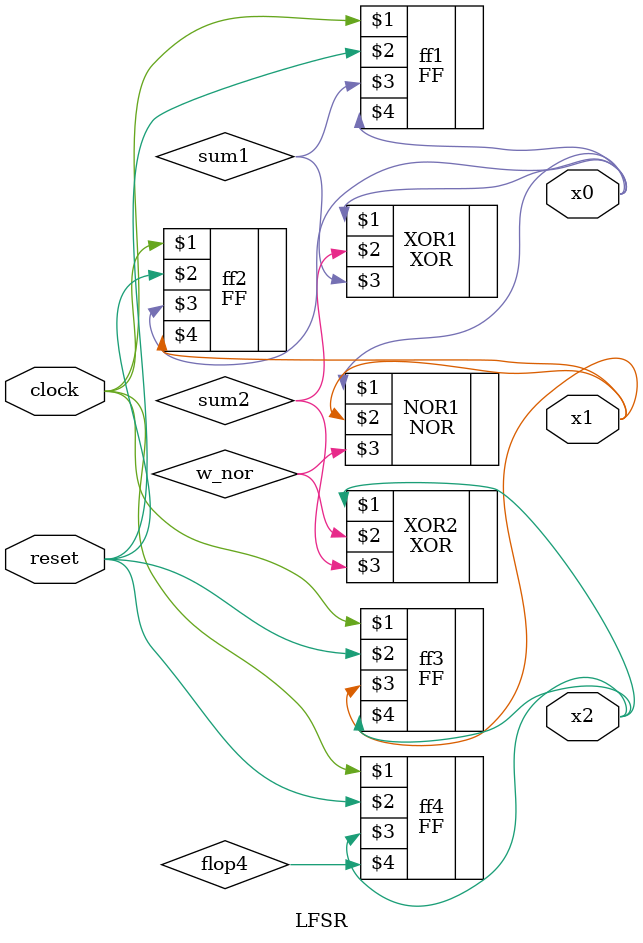
<source format=v>
module LFSR(clock, reset, x0, x1, x2);
  input clock;
  input reset;
  output x0;
  output x1;
  output x2;
  
  wire sum1;
  wire sum2;
  wire w_nor; 
  wire flop4;
  
  XOR XOR1(x0, sum2, sum1);
  XOR XOR2(x2, w_nor, sum2);
  NOR NOR1 (x0, x1, w_nor);
  FF ff1(clock, reset, sum1, x0);
  FF ff2(clock, reset, x0, x1);
  FF ff3(clock, reset, x1, x2);
  FF ff4(clock, reset, x2, flop4);
endmodule
</source>
